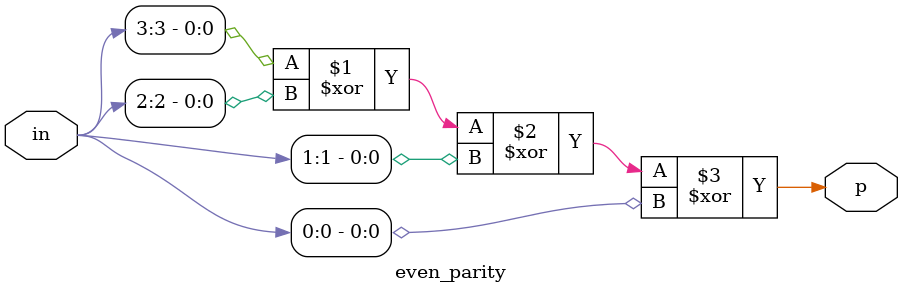
<source format=v>
module even_parity(in, p);
input [3:0] in;
output p;
assign p = in[3] ^ in[2] ^ in[1] ^ in[0];
endmodule

</source>
